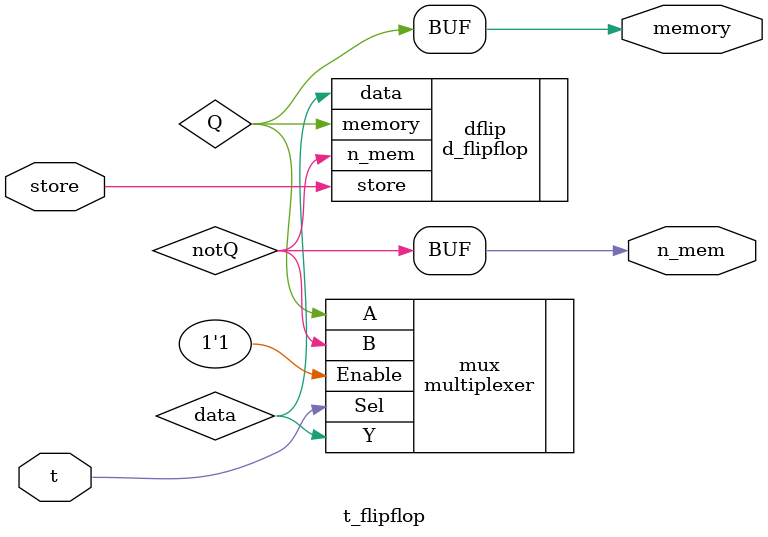
<source format=v>
module t_flipflop(
    input t,
    input store,
    output memory,
    output n_mem
);

    wire data;
    wire Q, notQ;
    
    multiplexer mux (.A(Q),.B(notQ),.Enable(1'b1), .Sel(t), .Y(data));
    
//    assign data = (j & notQ)|(~k & Q);
    
    d_flipflop dflip (.data(data), .store(store), .memory(Q), .n_mem(notQ));
    
    assign memory = Q;
    assign n_mem = notQ;

endmodule
</source>
